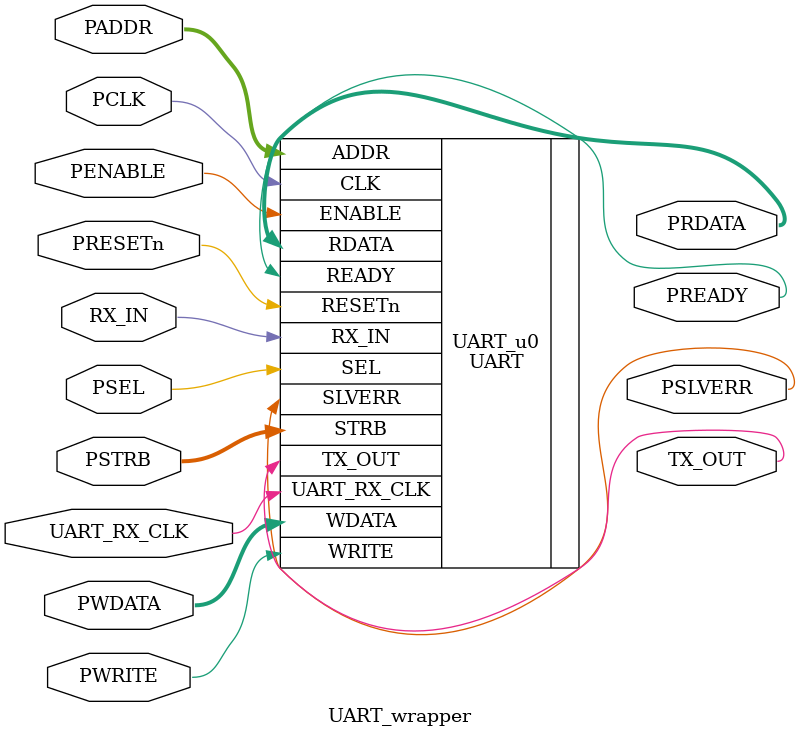
<source format=v>
module UART_wrapper(
input  wire         UART_RX_CLK,
input  wire         RX_IN,
input  wire         PCLK,
input  wire         PRESETn,
input  wire         PSEL,
input  wire         PENABLE,
input  wire [31: 0] PADDR,
input  wire         PWRITE,
input  wire [31: 0] PWDATA,
input  wire [3: 0]  PSTRB,
output wire         TX_OUT,
output wire         PREADY,
output wire         PSLVERR,
output wire [31: 0] PRDATA
);

UART UART_u0(
.UART_RX_CLK(UART_RX_CLK),
.CLK(PCLK),
.RESETn(PRESETn),
.SEL(PSEL),
.ENABLE(PENABLE),
.ADDR(PADDR),
.WRITE(PWRITE),
.WDATA(PWDATA),
.STRB(PSTRB),
.READY(PREADY),
.SLVERR(PSLVERR),
.RDATA(PRDATA),
.RX_IN(RX_IN),
.TX_OUT(TX_OUT)
);
endmodule
</source>
